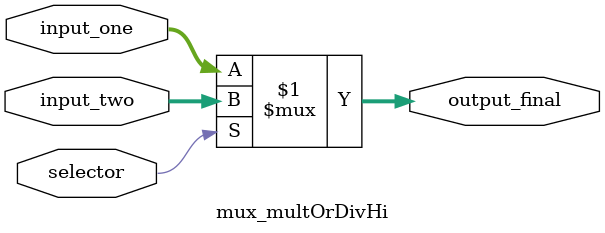
<source format=v>
  module mux_multOrDivHi (
  input wire         selector,
  input wire  [31:0] input_one,
  input wire  [31:0] input_two,
  output wire [31:0] output_final
);

  assign output_final = (selector) ? input_two : input_one;

  endmodule
</source>
